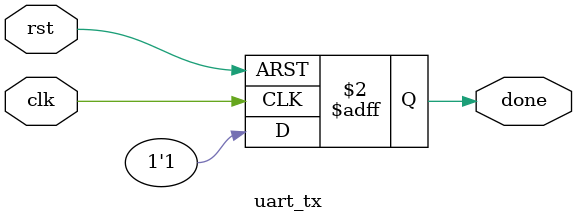
<source format=v>

module uart_tx(input clk, input rst, output reg done);
    always @(posedge clk or posedge rst) begin
        if (rst)
            done <= 0;
        else
            done <= 1;
    end
endmodule

</source>
